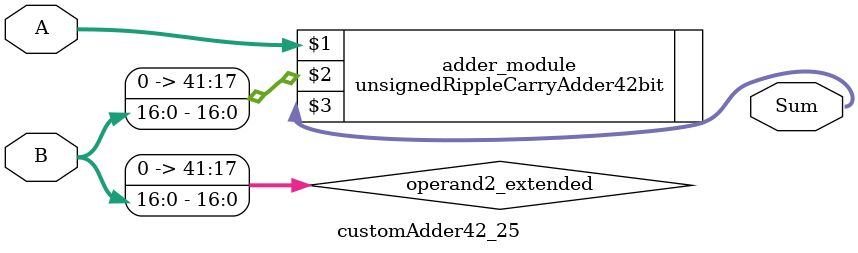
<source format=v>
module customAdder42_25(
                        input [41 : 0] A,
                        input [16 : 0] B,
                        
                        output [42 : 0] Sum
                );

        wire [41 : 0] operand2_extended;
        
        assign operand2_extended =  {25'b0, B};
        
        unsignedRippleCarryAdder42bit adder_module(
            A,
            operand2_extended,
            Sum
        );
        
        endmodule
        
</source>
